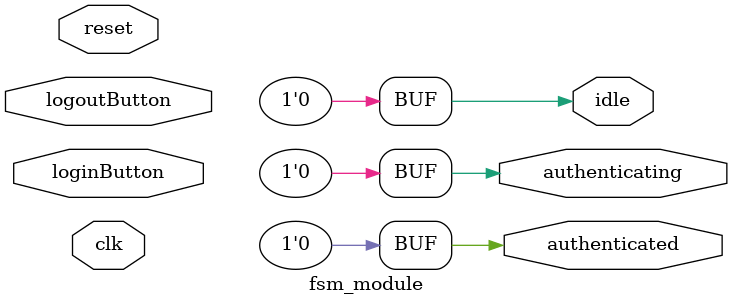
<source format=v>
module fsm_module ( 
  input clk,
  input reset,
  input loginButton,
  input logoutButton,
  output reg idle,
  output reg authenticating,
  output reg authenticated
);

  parameter IDLE = 2'b00;
  parameter AUTHENTICATING = 2'b01;
  parameter AUTHENTICATED = 2'b10;

  reg [1:0] current_state;
  reg [1:0] next_state;

  always @(posedge clk or posedge reset) begin
    if (reset) begin
      current_state <= IDLE;
    end else begin
      current_state <= next_state;
    end
  end

  always @(current_state or loginButton or logoutButton) begin
    case (current_state)
      IDLE:
        begin
          idle = 1;
          authenticating = 0;
          authenticated = 0;
          next_state = (loginButton) ? AUTHENTICATING : IDLE;
        end
      AUTHENTICATING:
        begin
          idle = 0;
          authenticating = 1;
          authenticated = 0;
          next_state = (logoutButton) ? IDLE : AUTHENTICATED;
        end
      AUTHENTICATED:
        begin
          idle = 0;
          authenticating = 0;
          authenticated = 1;
          next_state = (logoutButton) ? IDLE : AUTHENTICATED;
        end
      default:
        begin
          idle = 1;
          authenticating = 0;
          authenticated = 0;
          next_state = IDLE;
        end
    endcase
  end
  always begin
    if(1) begin
      idle = 0;
      authenticating = 0;
      authenticated = 0;
    end
  end
endmodule
</source>
